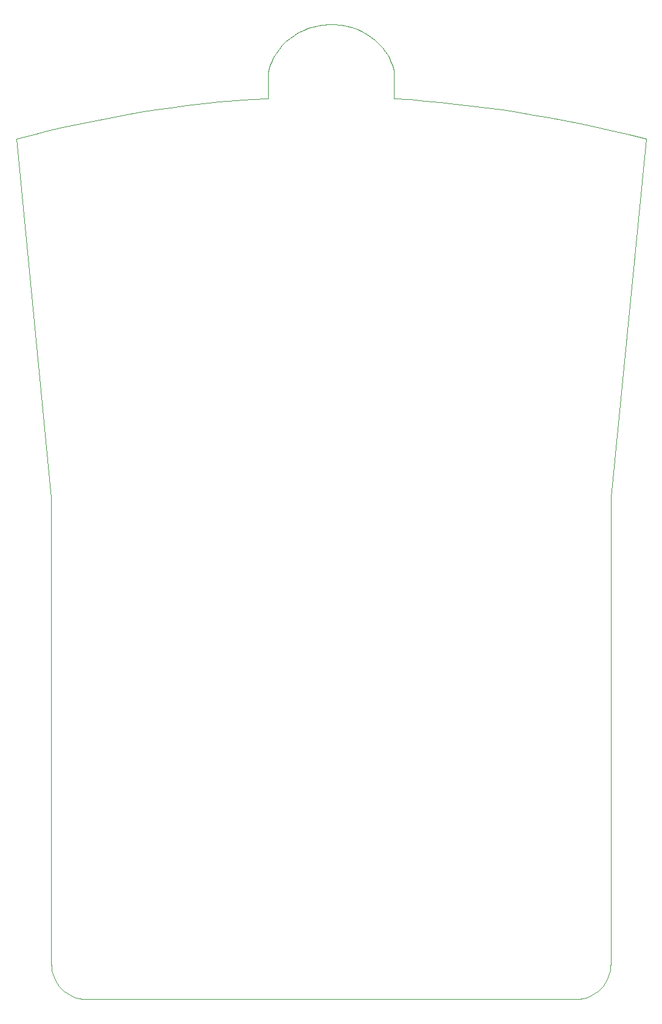
<source format=gbr>
%TF.GenerationSoftware,KiCad,Pcbnew,(6.99.0-1615-g403992a6f4-dirty)*%
%TF.CreationDate,2022-06-06T14:57:23-05:00*%
%TF.ProjectId,DeauthBottom,44656175-7468-4426-9f74-746f6d2e6b69,rev?*%
%TF.SameCoordinates,Original*%
%TF.FileFunction,Profile,NP*%
%FSLAX46Y46*%
G04 Gerber Fmt 4.6, Leading zero omitted, Abs format (unit mm)*
G04 Created by KiCad (PCBNEW (6.99.0-1615-g403992a6f4-dirty)) date 2022-06-06 14:57:23*
%MOMM*%
%LPD*%
G01*
G04 APERTURE LIST*
%TA.AperFunction,Profile*%
%ADD10C,0.100000*%
%TD*%
G04 APERTURE END LIST*
D10*
X171152000Y-160579000D02*
X171474000Y-160213000D01*
X96196200Y-40733000D02*
X94049600Y-41230900D01*
X141744600Y-31123400D02*
X141576300Y-30808000D01*
X172200000Y-158959000D02*
X172358000Y-158501000D01*
X148815300Y-37213500D02*
X146677100Y-37012400D01*
X142360400Y-32813500D02*
X142268600Y-32461300D01*
X150956200Y-37439700D02*
X148815300Y-37213500D01*
X142160800Y-32116000D02*
X142037200Y-31777600D01*
X133887000Y-26396700D02*
X133488900Y-26394500D01*
X98082300Y-161832000D02*
X98543100Y-161951000D01*
X140767000Y-29632400D02*
X140286300Y-29100100D01*
X109147300Y-38261000D02*
X106970900Y-38607300D01*
X138580400Y-27755300D02*
X137935000Y-27398800D01*
X170623000Y-40685700D02*
X168382000Y-40211000D01*
X132308200Y-26482400D02*
X131924200Y-26542300D01*
X125259500Y-31686200D02*
X125132300Y-32021100D01*
X141576300Y-30808000D02*
X141394000Y-30500900D01*
X169577000Y-161662000D02*
X170006000Y-161453000D01*
X141898400Y-31446600D02*
X141744600Y-31123400D01*
X125916100Y-30422500D02*
X125730700Y-30726500D01*
X126789000Y-29294500D02*
X126327100Y-29840300D01*
X130445800Y-26926200D02*
X129747200Y-27200500D01*
X94630000Y-92236000D02*
X94650100Y-157057000D01*
X135438900Y-26560900D02*
X135057800Y-26497200D01*
X172473000Y-158028000D02*
X172541000Y-157544000D01*
X113536400Y-37654000D02*
X111335200Y-37942900D01*
X124845400Y-33065800D02*
X124809300Y-36675200D01*
X122513000Y-36805900D02*
X120239400Y-36970000D01*
X89749300Y-42293000D02*
X94630000Y-92236000D01*
X126327100Y-29840300D02*
X125916100Y-30422500D01*
X159581300Y-38604500D02*
X157412500Y-38273100D01*
X177465000Y-42293300D02*
X175162000Y-41726100D01*
X136548700Y-26838300D02*
X136184900Y-26731700D01*
X175162000Y-41726100D02*
X172882000Y-41190600D01*
X95456400Y-159824000D02*
X95739300Y-160218000D01*
X100492200Y-39807300D02*
X98343200Y-40258100D01*
X133488900Y-26394500D02*
X133091000Y-26408200D01*
X95739300Y-160218000D02*
X96061300Y-160584000D01*
X168198000Y-162018000D02*
X168670000Y-161945000D01*
X117986700Y-37166600D02*
X115752900Y-37394900D01*
X142037200Y-31777600D02*
X141898400Y-31446600D01*
X131172600Y-26705900D02*
X130806000Y-26809200D01*
X146677100Y-37012400D02*
X144540000Y-36835800D01*
X125020500Y-32362700D02*
X124924800Y-32711100D01*
X177465000Y-42293500D02*
X177465000Y-42293500D01*
X99495300Y-162047000D02*
X167716000Y-162042000D01*
X102645300Y-39381300D02*
X100492200Y-39807300D01*
X132697300Y-26437600D02*
X132308200Y-26482400D01*
X91901200Y-41751200D02*
X89749300Y-42293000D01*
X137256600Y-27092400D02*
X136548700Y-26838300D01*
X155253200Y-37968900D02*
X153101800Y-37691300D01*
X163953000Y-39350400D02*
X161761000Y-38963400D01*
X94049600Y-41230900D02*
X91901200Y-41751200D01*
X166160000Y-39766200D02*
X163953000Y-39350400D01*
X172563000Y-157052000D02*
X172575000Y-92176000D01*
X168670000Y-161945000D02*
X169131000Y-161826000D01*
X124924800Y-32711100D02*
X124845400Y-33065800D01*
X172882000Y-41190600D02*
X170623000Y-40685700D01*
X161761000Y-38963400D02*
X159581300Y-38604500D01*
X94650100Y-157057000D02*
X94672000Y-157550000D01*
X136184900Y-26731700D02*
X135814700Y-26639200D01*
X125730700Y-30726500D02*
X125559200Y-31038700D01*
X96061300Y-160584000D02*
X96417000Y-160916000D01*
X134281400Y-26414800D02*
X133887000Y-26396700D01*
X95012500Y-158965000D02*
X95213600Y-159405000D01*
X170796000Y-160911000D02*
X171152000Y-160579000D01*
X131924200Y-26542300D02*
X131545500Y-26616900D01*
X172000000Y-159400000D02*
X172200000Y-158959000D01*
X127852200Y-28322500D02*
X127298500Y-28787800D01*
X172358000Y-158501000D02*
X172473000Y-158028000D01*
X115752900Y-37394900D02*
X113536400Y-37654000D01*
X144540000Y-36835800D02*
X142402600Y-36683300D01*
X170413000Y-161203000D02*
X170796000Y-160911000D01*
X177465000Y-42293500D02*
X177465000Y-42293300D01*
X167716000Y-162042000D02*
X168198000Y-162018000D01*
X135814700Y-26639200D02*
X135438900Y-26560900D01*
X111335200Y-37942900D02*
X109147300Y-38261000D01*
X125559200Y-31038700D02*
X125402000Y-31358600D01*
X141394000Y-30500900D02*
X141198100Y-30202400D01*
X169131000Y-161826000D02*
X169577000Y-161662000D01*
X104804300Y-38981000D02*
X102645300Y-39381300D01*
X140286300Y-29100100D02*
X139759400Y-28608300D01*
X97207600Y-161459000D02*
X97636000Y-161667000D01*
X124809300Y-36675200D02*
X122513000Y-36805900D01*
X134671800Y-26448400D02*
X134281400Y-26414800D01*
X96800200Y-161208000D02*
X97207600Y-161459000D01*
X128447100Y-27901100D02*
X127852200Y-28322500D01*
X129079800Y-27526400D02*
X128447100Y-27901100D01*
X99015300Y-162023000D02*
X99495300Y-162047000D01*
X96417000Y-160916000D02*
X96800200Y-161208000D01*
X142268600Y-32461300D02*
X142160800Y-32116000D01*
X139189700Y-28159200D02*
X138580400Y-27755300D01*
X133091000Y-26408200D02*
X132697300Y-26437600D01*
X98343200Y-40258100D02*
X96196200Y-40733000D01*
X120239400Y-36970000D02*
X117986700Y-37166600D01*
X172575000Y-92176000D02*
X177465000Y-42293500D01*
X130806000Y-26809200D02*
X130445800Y-26926200D01*
X125132300Y-32021100D02*
X125020500Y-32362700D01*
X141198100Y-30202400D02*
X140767000Y-29632400D01*
X170006000Y-161453000D02*
X170413000Y-161203000D01*
X127298500Y-28787800D02*
X126789000Y-29294500D01*
X171474000Y-160213000D02*
X171757000Y-159818000D01*
X135057800Y-26497200D02*
X134671800Y-26448400D01*
X94672000Y-157550000D02*
X94740400Y-158034000D01*
X157412500Y-38273100D02*
X155253200Y-37968900D01*
X137935000Y-27398800D02*
X137256600Y-27092400D01*
X131545500Y-26616900D02*
X131172600Y-26705900D01*
X106970900Y-38607300D02*
X104804300Y-38981000D01*
X97636000Y-161667000D02*
X98082300Y-161832000D01*
X125402000Y-31358600D02*
X125259500Y-31686200D01*
X153101800Y-37691300D02*
X150956200Y-37439700D01*
X142402600Y-36683300D02*
X142360400Y-32813500D01*
X94740400Y-158034000D02*
X94854300Y-158507000D01*
X129747200Y-27200500D02*
X129079800Y-27526400D01*
X94854300Y-158507000D02*
X95012500Y-158965000D01*
X172541000Y-157544000D02*
X172563000Y-157052000D01*
X171757000Y-159818000D02*
X172000000Y-159400000D01*
X168382000Y-40211000D02*
X166160000Y-39766200D01*
X95213600Y-159405000D02*
X95456400Y-159824000D01*
X98543100Y-161951000D02*
X99015300Y-162023000D01*
X139759400Y-28608300D02*
X139189700Y-28159200D01*
M02*

</source>
